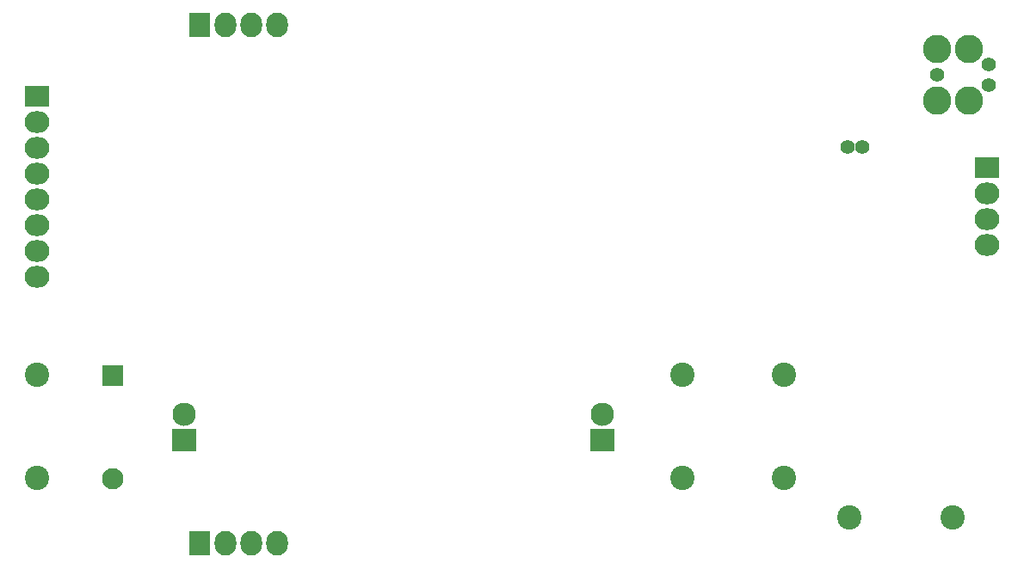
<source format=gbr>
G04 #@! TF.FileFunction,Soldermask,Bot*
%FSLAX46Y46*%
G04 Gerber Fmt 4.6, Leading zero omitted, Abs format (unit mm)*
G04 Created by KiCad (PCBNEW 4.0.1-stable) date Tuesday, May 03, 2016 'AMt' 11:53:51 AM*
%MOMM*%
G01*
G04 APERTURE LIST*
%ADD10C,0.150000*%
%ADD11C,2.099260*%
%ADD12R,2.099260X2.099260*%
%ADD13R,2.400000X2.300000*%
%ADD14C,2.300000*%
%ADD15R,2.432000X2.127200*%
%ADD16O,2.432000X2.127200*%
%ADD17C,1.400760*%
%ADD18C,2.398980*%
%ADD19R,2.127200X2.432000*%
%ADD20O,2.127200X2.432000*%
%ADD21C,2.800000*%
%ADD22C,1.400000*%
G04 APERTURE END LIST*
D10*
D11*
X175502540Y-91660520D03*
D12*
X175502540Y-81500520D03*
D13*
X182500000Y-87850000D03*
D14*
X182500000Y-85310000D03*
D13*
X223680000Y-87850000D03*
D14*
X223680000Y-85310000D03*
D15*
X261500000Y-61000000D03*
D16*
X261500000Y-63540000D03*
X261500000Y-66080000D03*
X261500000Y-68620000D03*
D15*
X168000000Y-54000000D03*
D16*
X168000000Y-56540000D03*
X168000000Y-59080000D03*
X168000000Y-61620000D03*
X168000000Y-64160000D03*
X168000000Y-66700000D03*
X168000000Y-69240000D03*
X168000000Y-71780000D03*
D17*
X247750700Y-59000000D03*
X249249300Y-59000000D03*
D18*
X168000000Y-91580000D03*
X168000000Y-81420000D03*
X231500000Y-81420000D03*
X231500000Y-91580000D03*
X241500000Y-81420000D03*
X241500000Y-91580000D03*
X258080000Y-95500000D03*
X247920000Y-95500000D03*
D19*
X184000000Y-98000000D03*
D20*
X186540000Y-98000000D03*
X189080000Y-98000000D03*
X191620000Y-98000000D03*
D19*
X184000000Y-47000000D03*
D20*
X186540000Y-47000000D03*
X189080000Y-47000000D03*
X191620000Y-47000000D03*
D21*
X259755000Y-49370000D03*
X259755000Y-54450000D03*
X256580000Y-49370000D03*
X256580000Y-54450000D03*
D22*
X261660000Y-50894000D03*
X261660000Y-52926000D03*
X256580000Y-51910000D03*
X256580000Y-51910000D03*
X261660000Y-52926000D03*
X261660000Y-50894000D03*
D21*
X256580000Y-54450000D03*
X256580000Y-49370000D03*
X259755000Y-54450000D03*
X259755000Y-49370000D03*
M02*

</source>
